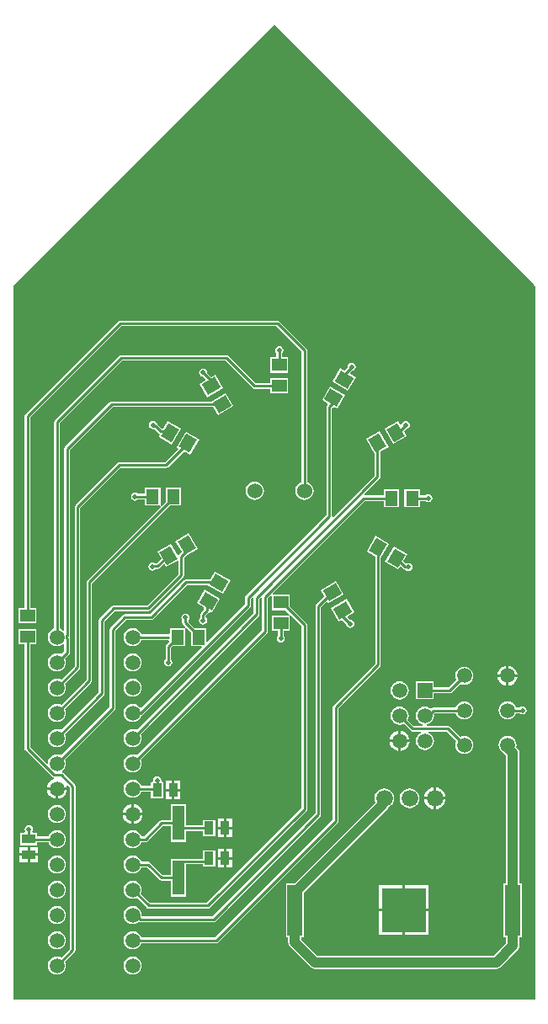
<source format=gbl>
G04*
G04 #@! TF.GenerationSoftware,Altium Limited,Altium Designer,20.1.12 (249)*
G04*
G04 Layer_Physical_Order=2*
G04 Layer_Color=16711680*
%FSLAX24Y24*%
%MOIN*%
G70*
G04*
G04 #@! TF.SameCoordinates,44B1C161-53CE-4806-B016-1A5A5E0544CB*
G04*
G04*
G04 #@! TF.FilePolarity,Positive*
G04*
G01*
G75*
%ADD10C,0.0100*%
%ADD31C,0.0591*%
%ADD32C,0.0600*%
%ADD33C,0.0660*%
%ADD34R,0.0591X0.0591*%
%ADD35C,0.0200*%
%ADD36R,0.0492X0.0591*%
%ADD37R,0.0591X0.0492*%
G04:AMPARAMS|DCode=38|XSize=59.1mil|YSize=49.2mil|CornerRadius=0mil|HoleSize=0mil|Usage=FLASHONLY|Rotation=150.000|XOffset=0mil|YOffset=0mil|HoleType=Round|Shape=Rectangle|*
%AMROTATEDRECTD38*
4,1,4,0.0379,0.0065,0.0133,-0.0361,-0.0379,-0.0065,-0.0133,0.0361,0.0379,0.0065,0.0*
%
%ADD38ROTATEDRECTD38*%

G04:AMPARAMS|DCode=39|XSize=59.1mil|YSize=49.2mil|CornerRadius=0mil|HoleSize=0mil|Usage=FLASHONLY|Rotation=120.000|XOffset=0mil|YOffset=0mil|HoleType=Round|Shape=Rectangle|*
%AMROTATEDRECTD39*
4,1,4,0.0361,-0.0133,-0.0065,-0.0379,-0.0361,0.0133,0.0065,0.0379,0.0361,-0.0133,0.0*
%
%ADD39ROTATEDRECTD39*%

G04:AMPARAMS|DCode=40|XSize=59.1mil|YSize=49.2mil|CornerRadius=0mil|HoleSize=0mil|Usage=FLASHONLY|Rotation=60.000|XOffset=0mil|YOffset=0mil|HoleType=Round|Shape=Rectangle|*
%AMROTATEDRECTD40*
4,1,4,0.0065,-0.0379,-0.0361,-0.0133,-0.0065,0.0379,0.0361,0.0133,0.0065,-0.0379,0.0*
%
%ADD40ROTATEDRECTD40*%

G04:AMPARAMS|DCode=41|XSize=59.1mil|YSize=49.2mil|CornerRadius=0mil|HoleSize=0mil|Usage=FLASHONLY|Rotation=30.000|XOffset=0mil|YOffset=0mil|HoleType=Round|Shape=Rectangle|*
%AMROTATEDRECTD41*
4,1,4,-0.0133,-0.0361,-0.0379,0.0065,0.0133,0.0361,0.0379,-0.0065,-0.0133,-0.0361,0.0*
%
%ADD41ROTATEDRECTD41*%

%ADD42R,0.0374X0.0531*%
%ADD43R,0.0531X0.0374*%
%ADD44R,0.1772X0.1772*%
%ADD45R,0.0591X0.2008*%
%ADD46R,0.0472X0.1378*%
%ADD47C,0.0400*%
G36*
X20670Y28250D02*
X20670Y0D01*
X-10D01*
Y28260D01*
X10325Y38595D01*
X20670Y28250D01*
D02*
G37*
%LPC*%
G36*
X10460Y26882D02*
X10460Y26882D01*
X4230D01*
X4230Y26882D01*
X4187Y26874D01*
X4151Y26849D01*
X4151Y26849D01*
X481Y23179D01*
X456Y23143D01*
X448Y23100D01*
X448Y23100D01*
Y15509D01*
X205D01*
Y14897D01*
X915D01*
Y15509D01*
X672D01*
Y23054D01*
X4276Y26658D01*
X10414D01*
X11416Y25655D01*
Y20483D01*
X11347Y20454D01*
X11272Y20397D01*
X11214Y20322D01*
X11178Y20234D01*
X11165Y20140D01*
X11178Y20046D01*
X11214Y19958D01*
X11272Y19883D01*
X11347Y19826D01*
X11435Y19789D01*
X11529Y19777D01*
X11622Y19789D01*
X11710Y19826D01*
X11785Y19883D01*
X11843Y19958D01*
X11879Y20046D01*
X11892Y20140D01*
X11879Y20234D01*
X11843Y20322D01*
X11785Y20397D01*
X11710Y20454D01*
X11641Y20483D01*
Y25701D01*
X11641Y25701D01*
X11632Y25744D01*
X11608Y25781D01*
X11608Y25781D01*
X10539Y26849D01*
X10503Y26874D01*
X10460Y26882D01*
D02*
G37*
G36*
X8453Y25512D02*
X8453Y25512D01*
X4265D01*
X4265Y25512D01*
X4222Y25504D01*
X4186Y25479D01*
X1651Y22944D01*
X1626Y22908D01*
X1618Y22865D01*
X1618Y22865D01*
Y14688D01*
X1551Y14660D01*
X1477Y14603D01*
X1420Y14529D01*
X1384Y14443D01*
X1372Y14350D01*
X1384Y14257D01*
X1420Y14171D01*
X1477Y14097D01*
X1551Y14040D01*
X1637Y14004D01*
X1730Y13992D01*
X1823Y14004D01*
X1909Y14040D01*
X1968Y14085D01*
X2018Y14064D01*
Y13796D01*
X1890Y13668D01*
X1823Y13696D01*
X1730Y13708D01*
X1637Y13696D01*
X1551Y13660D01*
X1477Y13603D01*
X1420Y13529D01*
X1384Y13443D01*
X1372Y13350D01*
X1384Y13257D01*
X1420Y13171D01*
X1477Y13097D01*
X1551Y13040D01*
X1637Y13004D01*
X1730Y12992D01*
X1823Y13004D01*
X1909Y13040D01*
X1983Y13097D01*
X2040Y13171D01*
X2076Y13257D01*
X2088Y13350D01*
X2076Y13443D01*
X2048Y13510D01*
X2209Y13671D01*
X2209Y13671D01*
X2234Y13707D01*
X2242Y13750D01*
Y14285D01*
X2242Y14288D01*
X2250Y14350D01*
X2242Y14412D01*
X2242Y14415D01*
Y21765D01*
X2776Y22299D01*
X2776Y22299D01*
X2776Y22299D01*
X3938Y23460D01*
X7911D01*
X8102Y23129D01*
X8717Y23485D01*
X8411Y24015D01*
X7839Y23684D01*
X3891D01*
X3891Y23684D01*
X3848Y23676D01*
X3812Y23651D01*
X3812Y23651D01*
X2618Y22457D01*
X2618Y22457D01*
X2051Y21890D01*
X2026Y21854D01*
X2018Y21811D01*
X2018Y21811D01*
Y14636D01*
X1968Y14615D01*
X1909Y14660D01*
X1842Y14688D01*
Y22818D01*
X4312Y25288D01*
X8406D01*
X9477Y24217D01*
X9477Y24217D01*
X9513Y24193D01*
X9556Y24184D01*
X10175D01*
Y23991D01*
X10885D01*
Y24603D01*
X10175D01*
Y24409D01*
X9603D01*
X8532Y25479D01*
X8496Y25504D01*
X8453Y25512D01*
D02*
G37*
G36*
X13400Y25213D02*
X13338Y25201D01*
X13285Y25165D01*
X13249Y25112D01*
X13237Y25050D01*
X13238Y25046D01*
X13094Y24903D01*
X12942Y24991D01*
X12636Y24461D01*
X13251Y24105D01*
X13557Y24635D01*
X13331Y24766D01*
X13324Y24816D01*
X13396Y24888D01*
X13400Y24887D01*
X13462Y24899D01*
X13515Y24935D01*
X13551Y24988D01*
X13563Y25050D01*
X13551Y25112D01*
X13515Y25165D01*
X13462Y25201D01*
X13400Y25213D01*
D02*
G37*
G36*
X10530Y25865D02*
X10468Y25852D01*
X10415Y25817D01*
X10379Y25764D01*
X10367Y25701D01*
X10379Y25639D01*
X10415Y25586D01*
X10418Y25584D01*
Y25429D01*
X10175D01*
Y24817D01*
X10885D01*
Y25429D01*
X10642D01*
Y25584D01*
X10645Y25586D01*
X10681Y25639D01*
X10693Y25701D01*
X10681Y25764D01*
X10645Y25817D01*
X10592Y25852D01*
X10530Y25865D01*
D02*
G37*
G36*
X7510Y24983D02*
X7448Y24971D01*
X7395Y24935D01*
X7359Y24882D01*
X7347Y24820D01*
X7359Y24758D01*
X7395Y24705D01*
X7448Y24669D01*
X7510Y24657D01*
X7514Y24658D01*
X7616Y24556D01*
X7609Y24506D01*
X7383Y24375D01*
X7689Y23845D01*
X8304Y24201D01*
X7998Y24731D01*
X7846Y24643D01*
X7672Y24816D01*
X7673Y24820D01*
X7661Y24882D01*
X7625Y24935D01*
X7572Y24971D01*
X7510Y24983D01*
D02*
G37*
G36*
X12529Y24275D02*
X12223Y23745D01*
X12447Y23615D01*
X12454Y23565D01*
X12431Y23542D01*
X12406Y23506D01*
X12398Y23463D01*
X12398Y23463D01*
Y19176D01*
X9211Y15989D01*
X9186Y15953D01*
X9178Y15910D01*
X9178Y15910D01*
Y15658D01*
X7684Y14164D01*
X7637Y14183D01*
Y14705D01*
X7184D01*
X6940Y14949D01*
X6933Y15005D01*
X6969Y15058D01*
X6981Y15120D01*
X6969Y15182D01*
X6933Y15235D01*
X6880Y15271D01*
X6818Y15283D01*
X6756Y15271D01*
X6703Y15235D01*
X6667Y15182D01*
X6655Y15120D01*
X6667Y15058D01*
X6686Y15030D01*
Y14933D01*
X6686Y14933D01*
X6694Y14890D01*
X6719Y14853D01*
X6821Y14751D01*
X6796Y14705D01*
X6767Y14705D01*
X6199D01*
Y14496D01*
X6149Y14460D01*
X6137Y14462D01*
X5068D01*
X5040Y14529D01*
X4983Y14603D01*
X4909Y14660D01*
X4823Y14696D01*
X4730Y14708D01*
X4637Y14696D01*
X4551Y14660D01*
X4477Y14603D01*
X4420Y14529D01*
X4384Y14443D01*
X4372Y14350D01*
X4384Y14257D01*
X4420Y14171D01*
X4477Y14097D01*
X4551Y14040D01*
X4637Y14004D01*
X4730Y13992D01*
X4823Y14004D01*
X4909Y14040D01*
X4983Y14097D01*
X5040Y14171D01*
X5068Y14238D01*
X6137D01*
X6161Y14193D01*
X6163Y14167D01*
X6057Y14061D01*
X6033Y14025D01*
X6024Y13982D01*
X6024Y13982D01*
Y13467D01*
X6021Y13465D01*
X5986Y13412D01*
X5973Y13350D01*
X5986Y13288D01*
X6021Y13235D01*
X6074Y13199D01*
X6137Y13187D01*
X6199Y13199D01*
X6252Y13235D01*
X6287Y13288D01*
X6300Y13350D01*
X6287Y13412D01*
X6252Y13465D01*
X6249Y13467D01*
Y13936D01*
X6308Y13995D01*
X6811D01*
Y14658D01*
X6811Y14691D01*
X6856Y14716D01*
X7025Y14547D01*
Y13995D01*
X7449D01*
X7468Y13949D01*
X5080Y11560D01*
X5013Y11564D01*
X4983Y11603D01*
X4909Y11660D01*
X4823Y11696D01*
X4730Y11708D01*
X4637Y11696D01*
X4551Y11660D01*
X4477Y11603D01*
X4420Y11529D01*
X4384Y11443D01*
X4372Y11350D01*
X4384Y11257D01*
X4420Y11171D01*
X4477Y11097D01*
X4551Y11040D01*
X4637Y11004D01*
X4730Y10992D01*
X4823Y11004D01*
X4909Y11040D01*
X4983Y11097D01*
X5040Y11171D01*
X5072Y11247D01*
X5108Y11271D01*
X9369Y15532D01*
X9369Y15532D01*
X9394Y15569D01*
X9402Y15612D01*
X9402Y15612D01*
Y15864D01*
X9475Y15937D01*
X9518Y15915D01*
X9522Y15912D01*
Y15300D01*
X4890Y10668D01*
X4823Y10696D01*
X4730Y10708D01*
X4637Y10696D01*
X4551Y10660D01*
X4477Y10603D01*
X4420Y10529D01*
X4384Y10443D01*
X4372Y10350D01*
X4384Y10257D01*
X4420Y10171D01*
X4477Y10097D01*
X4551Y10040D01*
X4637Y10004D01*
X4730Y9992D01*
X4823Y10004D01*
X4909Y10040D01*
X4983Y10097D01*
X5040Y10171D01*
X5076Y10257D01*
X5088Y10350D01*
X5076Y10443D01*
X5048Y10510D01*
X9713Y15174D01*
X9737Y15211D01*
X9746Y15254D01*
X9746Y15254D01*
Y15867D01*
X9798Y15919D01*
X9848Y15899D01*
Y14626D01*
X4890Y9668D01*
X4823Y9696D01*
X4730Y9708D01*
X4637Y9696D01*
X4551Y9660D01*
X4477Y9603D01*
X4420Y9529D01*
X4384Y9443D01*
X4372Y9350D01*
X4384Y9257D01*
X4420Y9171D01*
X4477Y9097D01*
X4551Y9040D01*
X4637Y9004D01*
X4730Y8992D01*
X4823Y9004D01*
X4909Y9040D01*
X4983Y9097D01*
X5040Y9171D01*
X5076Y9257D01*
X5088Y9350D01*
X5076Y9443D01*
X5048Y9510D01*
X10039Y14501D01*
X10064Y14537D01*
X10072Y14580D01*
X10072Y14580D01*
Y15891D01*
X10185Y16004D01*
X10235Y15983D01*
Y15417D01*
X10787D01*
X10956Y15248D01*
X10931Y15203D01*
X10901Y15203D01*
X10235D01*
Y14591D01*
X10478D01*
Y14402D01*
X10475Y14400D01*
X10439Y14347D01*
X10427Y14285D01*
X10439Y14222D01*
X10475Y14169D01*
X10528Y14134D01*
X10590Y14122D01*
X10652Y14134D01*
X10705Y14169D01*
X10741Y14222D01*
X10753Y14285D01*
X10741Y14347D01*
X10705Y14400D01*
X10702Y14402D01*
Y14591D01*
X10945D01*
Y15155D01*
X10945Y15188D01*
X10991Y15213D01*
X11416Y14788D01*
Y7585D01*
X7664Y3832D01*
X5406D01*
X5048Y4190D01*
X5076Y4257D01*
X5088Y4350D01*
X5076Y4443D01*
X5040Y4529D01*
X4983Y4603D01*
X4909Y4660D01*
X4823Y4696D01*
X4730Y4708D01*
X4637Y4696D01*
X4551Y4660D01*
X4477Y4603D01*
X4420Y4529D01*
X4384Y4443D01*
X4372Y4350D01*
X4384Y4257D01*
X4420Y4171D01*
X4477Y4097D01*
X4551Y4040D01*
X4637Y4004D01*
X4730Y3992D01*
X4823Y4004D01*
X4890Y4032D01*
X5281Y3641D01*
X5281Y3641D01*
X5317Y3616D01*
X5360Y3608D01*
X5360Y3608D01*
X7710D01*
X7710Y3608D01*
X7753Y3616D01*
X7789Y3641D01*
X11608Y7459D01*
X11608Y7459D01*
X11632Y7496D01*
X11641Y7538D01*
X11641Y7539D01*
Y14834D01*
X11632Y14877D01*
X11608Y14913D01*
X11608Y14913D01*
X10945Y15576D01*
Y16029D01*
X10281D01*
X10261Y16079D01*
X13919Y19738D01*
X14661D01*
Y19495D01*
X15273D01*
Y20205D01*
X14661D01*
Y19962D01*
X13911D01*
X13891Y20012D01*
X14501Y20623D01*
X14501Y20623D01*
X14526Y20659D01*
X14534Y20702D01*
X14534Y20702D01*
Y21688D01*
X14865Y21879D01*
X14509Y22494D01*
X13979Y22188D01*
X14310Y21615D01*
Y20748D01*
X12669Y19107D01*
X12625Y19128D01*
X12622Y19131D01*
Y23416D01*
X12684Y23478D01*
X12838Y23389D01*
X13144Y23919D01*
X12529Y24275D01*
D02*
G37*
G36*
X15225Y22907D02*
X14695Y22601D01*
X15051Y21986D01*
X15581Y22292D01*
X15460Y22501D01*
X15536Y22578D01*
X15540Y22577D01*
X15602Y22589D01*
X15655Y22625D01*
X15691Y22678D01*
X15703Y22740D01*
X15691Y22802D01*
X15655Y22855D01*
X15602Y22891D01*
X15540Y22903D01*
X15478Y22891D01*
X15425Y22855D01*
X15389Y22802D01*
X15378Y22744D01*
X15367Y22738D01*
X15350Y22734D01*
X15323Y22738D01*
X15225Y22907D01*
D02*
G37*
G36*
X5536Y22903D02*
X5473Y22891D01*
X5420Y22855D01*
X5385Y22802D01*
X5373Y22740D01*
X5385Y22678D01*
X5420Y22625D01*
X5473Y22589D01*
X5536Y22577D01*
X5577Y22585D01*
X5585Y22583D01*
X5748Y22420D01*
X5748Y22420D01*
X5784Y22396D01*
X5802Y22356D01*
X5759Y22282D01*
X6289Y21976D01*
X6645Y22591D01*
X6115Y22897D01*
X5950Y22612D01*
X5874D01*
X5716Y22769D01*
X5690Y22787D01*
X5686Y22802D01*
X5651Y22855D01*
X5598Y22891D01*
X5536Y22903D01*
D02*
G37*
G36*
X6831Y22484D02*
X6475Y21869D01*
X6522Y21842D01*
X6528Y21792D01*
X6005Y21269D01*
X4195D01*
X4152Y21260D01*
X4116Y21236D01*
X4116Y21236D01*
X2461Y19581D01*
X2436Y19544D01*
X2428Y19501D01*
X2428Y19501D01*
Y13206D01*
X1890Y12668D01*
X1823Y12696D01*
X1730Y12708D01*
X1637Y12696D01*
X1551Y12660D01*
X1477Y12603D01*
X1420Y12529D01*
X1384Y12443D01*
X1372Y12350D01*
X1384Y12257D01*
X1420Y12171D01*
X1477Y12097D01*
X1551Y12040D01*
X1637Y12004D01*
X1730Y11992D01*
X1823Y12004D01*
X1909Y12040D01*
X1983Y12097D01*
X2040Y12171D01*
X2076Y12257D01*
X2088Y12350D01*
X2076Y12443D01*
X2048Y12510D01*
X2619Y13081D01*
X2644Y13117D01*
X2652Y13160D01*
X2652Y13160D01*
Y19455D01*
X4242Y21045D01*
X6051D01*
X6051Y21045D01*
X6094Y21053D01*
X6131Y21077D01*
X6758Y21705D01*
X7005Y21563D01*
X7361Y22178D01*
X6831Y22484D01*
D02*
G37*
G36*
X9560Y20503D02*
X9466Y20491D01*
X9378Y20454D01*
X9303Y20397D01*
X9246Y20322D01*
X9209Y20234D01*
X9197Y20140D01*
X9209Y20046D01*
X9246Y19958D01*
X9303Y19883D01*
X9378Y19826D01*
X9466Y19789D01*
X9560Y19777D01*
X9654Y19789D01*
X9742Y19826D01*
X9817Y19883D01*
X9874Y19958D01*
X9911Y20046D01*
X9923Y20140D01*
X9911Y20234D01*
X9874Y20322D01*
X9817Y20397D01*
X9742Y20454D01*
X9654Y20491D01*
X9560Y20503D01*
D02*
G37*
G36*
X16099Y20205D02*
X15487D01*
Y19495D01*
X16099D01*
Y19738D01*
X16315D01*
X16317Y19735D01*
X16370Y19699D01*
X16433Y19687D01*
X16495Y19699D01*
X16548Y19735D01*
X16583Y19788D01*
X16596Y19850D01*
X16583Y19912D01*
X16548Y19965D01*
X16495Y20001D01*
X16433Y20013D01*
X16370Y20001D01*
X16317Y19965D01*
X16315Y19962D01*
X16099D01*
Y20205D01*
D02*
G37*
G36*
X6649Y20265D02*
X6037D01*
Y19713D01*
X5868Y19544D01*
X5823Y19569D01*
X5823Y19599D01*
Y20265D01*
X5211D01*
Y20022D01*
X4937D01*
X4935Y20025D01*
X4882Y20061D01*
X4820Y20073D01*
X4758Y20061D01*
X4705Y20025D01*
X4669Y19972D01*
X4657Y19910D01*
X4669Y19848D01*
X4705Y19795D01*
X4758Y19759D01*
X4820Y19747D01*
X4882Y19759D01*
X4935Y19795D01*
X4937Y19798D01*
X5211D01*
Y19555D01*
X5775D01*
X5808Y19555D01*
X5833Y19509D01*
X2931Y16607D01*
X2906Y16570D01*
X2898Y16527D01*
X2898Y16527D01*
Y12676D01*
X1890Y11668D01*
X1823Y11696D01*
X1730Y11708D01*
X1637Y11696D01*
X1551Y11660D01*
X1477Y11603D01*
X1420Y11529D01*
X1384Y11443D01*
X1372Y11350D01*
X1384Y11257D01*
X1420Y11171D01*
X1477Y11097D01*
X1551Y11040D01*
X1637Y11004D01*
X1730Y10992D01*
X1823Y11004D01*
X1909Y11040D01*
X1983Y11097D01*
X2040Y11171D01*
X2076Y11257D01*
X2088Y11350D01*
X2076Y11443D01*
X2048Y11510D01*
X3089Y12551D01*
X3089Y12551D01*
X3114Y12587D01*
X3122Y12630D01*
Y16481D01*
X6196Y19555D01*
X6649D01*
Y20265D01*
D02*
G37*
G36*
X6945Y18457D02*
X6415Y18151D01*
X6665Y17719D01*
X6571Y17625D01*
X6548Y17592D01*
X6531Y17588D01*
X6495Y17585D01*
X6229Y18044D01*
X5699Y17738D01*
X5860Y17460D01*
X5670Y17270D01*
X5608D01*
X5579Y17290D01*
X5517Y17302D01*
X5454Y17290D01*
X5401Y17254D01*
X5366Y17202D01*
X5353Y17139D01*
X5366Y17077D01*
X5401Y17024D01*
X5454Y16988D01*
X5517Y16976D01*
X5579Y16988D01*
X5632Y17024D01*
X5647Y17046D01*
X5717D01*
X5717Y17046D01*
X5760Y17055D01*
X5796Y17079D01*
X5947Y17230D01*
X5997Y17223D01*
X6055Y17123D01*
X6495Y17377D01*
X6538Y17352D01*
Y16846D01*
X5294Y15602D01*
X3980D01*
X3980Y15602D01*
X3937Y15594D01*
X3901Y15569D01*
X3901Y15569D01*
X3421Y15089D01*
X3396Y15053D01*
X3388Y15010D01*
X3388Y15010D01*
Y12166D01*
X1890Y10668D01*
X1823Y10696D01*
X1730Y10708D01*
X1637Y10696D01*
X1551Y10660D01*
X1477Y10603D01*
X1420Y10529D01*
X1384Y10443D01*
X1372Y10350D01*
X1384Y10257D01*
X1420Y10171D01*
X1477Y10097D01*
X1551Y10040D01*
X1637Y10004D01*
X1730Y9992D01*
X1823Y10004D01*
X1909Y10040D01*
X1983Y10097D01*
X2040Y10171D01*
X2076Y10257D01*
X2088Y10350D01*
X2076Y10443D01*
X2048Y10510D01*
X3579Y12041D01*
X3604Y12077D01*
X3612Y12120D01*
X3612Y12120D01*
Y14964D01*
X4026Y15378D01*
X5340D01*
X5340Y15378D01*
X5383Y15386D01*
X5419Y15411D01*
X6729Y16721D01*
X6729Y16721D01*
X6754Y16757D01*
X6762Y16800D01*
X6762Y16800D01*
Y17500D01*
X6837Y17574D01*
X7301Y17842D01*
X6945Y18457D01*
D02*
G37*
G36*
X15071Y17944D02*
X14715Y17329D01*
X15245Y17023D01*
X15303Y17123D01*
X15353Y17130D01*
X15423Y17060D01*
X15423Y17060D01*
X15459Y17036D01*
X15502Y17027D01*
X15502Y17027D01*
X15520D01*
X15535Y17005D01*
X15588Y16969D01*
X15650Y16957D01*
X15712Y16969D01*
X15765Y17005D01*
X15801Y17058D01*
X15813Y17120D01*
X15801Y17182D01*
X15765Y17235D01*
X15712Y17271D01*
X15650Y17283D01*
X15588Y17271D01*
X15558Y17251D01*
X15549D01*
X15440Y17360D01*
X15601Y17638D01*
X15071Y17944D01*
D02*
G37*
G36*
X7982Y16941D02*
X7805Y16635D01*
X6840D01*
X6797Y16626D01*
X6761Y16602D01*
X6761Y16602D01*
X5411Y15252D01*
X4420D01*
X4420Y15252D01*
X4377Y15244D01*
X4341Y15219D01*
X4341Y15219D01*
X3851Y14729D01*
X3826Y14693D01*
X3818Y14650D01*
X3818Y14650D01*
Y11596D01*
X1890Y9668D01*
X1823Y9696D01*
X1730Y9708D01*
X1637Y9696D01*
X1551Y9660D01*
X1477Y9603D01*
X1420Y9529D01*
X1384Y9443D01*
X1373Y9363D01*
X1327Y9339D01*
X672Y9993D01*
Y14071D01*
X915D01*
Y14683D01*
X205D01*
Y14071D01*
X448D01*
Y9947D01*
X448Y9947D01*
X456Y9904D01*
X481Y9868D01*
X1528Y8821D01*
X1528Y8821D01*
X1564Y8796D01*
X1607Y8788D01*
X1615Y8782D01*
X1616Y8780D01*
X1606Y8726D01*
X1531Y8695D01*
X1448Y8632D01*
X1385Y8549D01*
X1345Y8453D01*
X1338Y8400D01*
X1730D01*
X2122D01*
X2115Y8451D01*
X2119Y8455D01*
X2160Y8477D01*
X2238Y8399D01*
Y2016D01*
X1890Y1668D01*
X1823Y1696D01*
X1730Y1708D01*
X1637Y1696D01*
X1551Y1660D01*
X1477Y1603D01*
X1420Y1529D01*
X1384Y1443D01*
X1372Y1350D01*
X1384Y1257D01*
X1420Y1171D01*
X1477Y1097D01*
X1551Y1040D01*
X1637Y1004D01*
X1730Y992D01*
X1823Y1004D01*
X1909Y1040D01*
X1983Y1097D01*
X2040Y1171D01*
X2076Y1257D01*
X2088Y1350D01*
X2076Y1443D01*
X2048Y1510D01*
X2429Y1891D01*
X2429Y1891D01*
X2454Y1927D01*
X2462Y1970D01*
Y8446D01*
X2462Y8446D01*
X2454Y8489D01*
X2429Y8525D01*
X1975Y8979D01*
X1939Y9004D01*
X1931Y9056D01*
X1983Y9097D01*
X2040Y9171D01*
X2076Y9257D01*
X2088Y9350D01*
X2076Y9443D01*
X2048Y9510D01*
X4009Y11471D01*
X4009Y11471D01*
X4034Y11507D01*
X4042Y11550D01*
X4042Y11550D01*
Y14604D01*
X4466Y15028D01*
X5457D01*
X5457Y15028D01*
X5500Y15036D01*
X5537Y15061D01*
X6886Y16410D01*
X7676D01*
X8291Y16055D01*
X8597Y16585D01*
X7982Y16941D01*
D02*
G37*
G36*
X12778Y16571D02*
X12163Y16215D01*
X12305Y15968D01*
X11991Y15654D01*
X11966Y15618D01*
X11958Y15575D01*
X11958Y15575D01*
Y7366D01*
X7884Y3292D01*
X5119D01*
X5086Y3330D01*
X5088Y3350D01*
X5076Y3443D01*
X5040Y3529D01*
X4983Y3603D01*
X4909Y3660D01*
X4823Y3696D01*
X4730Y3708D01*
X4637Y3696D01*
X4551Y3660D01*
X4477Y3603D01*
X4420Y3529D01*
X4384Y3443D01*
X4372Y3350D01*
X4384Y3257D01*
X4420Y3171D01*
X4477Y3097D01*
X4551Y3040D01*
X4637Y3004D01*
X4730Y2992D01*
X4823Y3004D01*
X4909Y3040D01*
X4972Y3088D01*
X4990Y3076D01*
X5033Y3068D01*
X7930D01*
X7930Y3068D01*
X7973Y3076D01*
X8009Y3101D01*
X12149Y7241D01*
X12149Y7241D01*
X12174Y7277D01*
X12182Y7320D01*
X12182Y7320D01*
Y15528D01*
X12392Y15738D01*
X12442Y15732D01*
X12469Y15685D01*
X13084Y16041D01*
X12778Y16571D01*
D02*
G37*
G36*
X7569Y16225D02*
X7263Y15695D01*
X7550Y15529D01*
Y15433D01*
X7431Y15314D01*
X7406Y15278D01*
X7398Y15235D01*
X7398Y15235D01*
Y15127D01*
X7395Y15125D01*
X7359Y15072D01*
X7347Y15010D01*
X7359Y14948D01*
X7395Y14895D01*
X7448Y14859D01*
X7510Y14847D01*
X7572Y14859D01*
X7625Y14895D01*
X7661Y14948D01*
X7673Y15010D01*
X7661Y15072D01*
X7625Y15125D01*
X7622Y15127D01*
Y15188D01*
X7741Y15307D01*
X7741Y15307D01*
X7766Y15344D01*
X7766Y15346D01*
X7822Y15371D01*
X7878Y15339D01*
X8184Y15869D01*
X7569Y16225D01*
D02*
G37*
G36*
X13191Y15855D02*
X12576Y15499D01*
X12882Y14969D01*
X13015Y15046D01*
X13178Y14884D01*
X13177Y14880D01*
X13189Y14818D01*
X13225Y14765D01*
X13278Y14729D01*
X13340Y14717D01*
X13402Y14729D01*
X13455Y14765D01*
X13491Y14818D01*
X13503Y14880D01*
X13491Y14942D01*
X13455Y14995D01*
X13402Y15031D01*
X13340Y15043D01*
X13336Y15042D01*
X13245Y15133D01*
X13252Y15183D01*
X13497Y15325D01*
X13191Y15855D01*
D02*
G37*
G36*
X4730Y13708D02*
X4637Y13696D01*
X4551Y13660D01*
X4477Y13603D01*
X4420Y13529D01*
X4384Y13443D01*
X4372Y13350D01*
X4384Y13257D01*
X4420Y13171D01*
X4477Y13097D01*
X4551Y13040D01*
X4637Y13004D01*
X4730Y12992D01*
X4823Y13004D01*
X4909Y13040D01*
X4983Y13097D01*
X5040Y13171D01*
X5076Y13257D01*
X5088Y13350D01*
X5076Y13443D01*
X5040Y13529D01*
X4983Y13603D01*
X4909Y13660D01*
X4823Y13696D01*
X4730Y13708D01*
D02*
G37*
G36*
X19620Y13212D02*
Y12870D01*
X19962D01*
X19955Y12923D01*
X19915Y13019D01*
X19852Y13102D01*
X19769Y13165D01*
X19673Y13205D01*
X19620Y13212D01*
D02*
G37*
G36*
X19520D02*
X19467Y13205D01*
X19371Y13165D01*
X19288Y13102D01*
X19225Y13019D01*
X19185Y12923D01*
X19178Y12870D01*
X19520D01*
Y13212D01*
D02*
G37*
G36*
X19962Y12770D02*
X19620D01*
Y12428D01*
X19673Y12435D01*
X19769Y12475D01*
X19852Y12538D01*
X19915Y12621D01*
X19955Y12717D01*
X19962Y12770D01*
D02*
G37*
G36*
X19520D02*
X19178D01*
X19185Y12717D01*
X19225Y12621D01*
X19288Y12538D01*
X19371Y12475D01*
X19467Y12435D01*
X19520Y12428D01*
Y12770D01*
D02*
G37*
G36*
X17860Y13178D02*
X17767Y13166D01*
X17681Y13130D01*
X17607Y13073D01*
X17550Y12999D01*
X17514Y12913D01*
X17502Y12820D01*
X17514Y12727D01*
X17542Y12660D01*
X17234Y12352D01*
X16655D01*
Y12595D01*
X15945D01*
Y11885D01*
X16655D01*
Y12128D01*
X17280D01*
X17280Y12128D01*
X17323Y12136D01*
X17359Y12161D01*
X17700Y12502D01*
X17767Y12474D01*
X17860Y12462D01*
X17953Y12474D01*
X18039Y12510D01*
X18113Y12567D01*
X18170Y12641D01*
X18206Y12727D01*
X18218Y12820D01*
X18206Y12913D01*
X18170Y12999D01*
X18113Y13073D01*
X18039Y13130D01*
X17953Y13166D01*
X17860Y13178D01*
D02*
G37*
G36*
X4730Y12708D02*
X4637Y12696D01*
X4551Y12660D01*
X4477Y12603D01*
X4420Y12529D01*
X4384Y12443D01*
X4372Y12350D01*
X4384Y12257D01*
X4420Y12171D01*
X4477Y12097D01*
X4551Y12040D01*
X4637Y12004D01*
X4730Y11992D01*
X4823Y12004D01*
X4909Y12040D01*
X4983Y12097D01*
X5040Y12171D01*
X5076Y12257D01*
X5088Y12350D01*
X5076Y12443D01*
X5040Y12529D01*
X4983Y12603D01*
X4909Y12660D01*
X4823Y12696D01*
X4730Y12708D01*
D02*
G37*
G36*
X15300Y12598D02*
X15207Y12586D01*
X15121Y12550D01*
X15047Y12493D01*
X14990Y12419D01*
X14954Y12333D01*
X14942Y12240D01*
X14954Y12147D01*
X14990Y12061D01*
X15047Y11987D01*
X15121Y11930D01*
X15207Y11894D01*
X15300Y11882D01*
X15393Y11894D01*
X15479Y11930D01*
X15553Y11987D01*
X15610Y12061D01*
X15646Y12147D01*
X15658Y12240D01*
X15646Y12333D01*
X15610Y12419D01*
X15553Y12493D01*
X15479Y12550D01*
X15393Y12586D01*
X15300Y12598D01*
D02*
G37*
G36*
X17860Y11808D02*
X17767Y11796D01*
X17681Y11760D01*
X17607Y11703D01*
X17550Y11629D01*
X17522Y11562D01*
X16643D01*
X16643Y11562D01*
X16600Y11554D01*
X16563Y11529D01*
X16515Y11523D01*
X16479Y11550D01*
X16393Y11586D01*
X16300Y11598D01*
X16207Y11586D01*
X16121Y11550D01*
X16047Y11493D01*
X15990Y11419D01*
X15954Y11333D01*
X15942Y11240D01*
X15954Y11147D01*
X15990Y11061D01*
X16047Y10987D01*
X16121Y10930D01*
X16207Y10894D01*
X16220Y10892D01*
X16217Y10842D01*
X15856D01*
X15618Y11080D01*
X15646Y11147D01*
X15658Y11240D01*
X15646Y11333D01*
X15610Y11419D01*
X15553Y11493D01*
X15479Y11550D01*
X15393Y11586D01*
X15300Y11598D01*
X15207Y11586D01*
X15121Y11550D01*
X15047Y11493D01*
X14990Y11419D01*
X14954Y11333D01*
X14942Y11240D01*
X14954Y11147D01*
X14990Y11061D01*
X15047Y10987D01*
X15121Y10930D01*
X15207Y10894D01*
X15300Y10882D01*
X15393Y10894D01*
X15460Y10922D01*
X15731Y10651D01*
X15767Y10626D01*
X15810Y10618D01*
X15810Y10618D01*
X16153D01*
X16163Y10568D01*
X16121Y10550D01*
X16047Y10493D01*
X15990Y10419D01*
X15954Y10333D01*
X15942Y10240D01*
X15954Y10147D01*
X15990Y10061D01*
X16047Y9987D01*
X16121Y9930D01*
X16207Y9894D01*
X16300Y9882D01*
X16393Y9894D01*
X16479Y9930D01*
X16553Y9987D01*
X16610Y10061D01*
X16646Y10147D01*
X16658Y10240D01*
X16646Y10333D01*
X16610Y10419D01*
X16553Y10493D01*
X16479Y10550D01*
X16437Y10568D01*
X16447Y10618D01*
X17164D01*
X17542Y10240D01*
X17514Y10173D01*
X17502Y10080D01*
X17514Y9987D01*
X17550Y9901D01*
X17607Y9827D01*
X17681Y9770D01*
X17767Y9734D01*
X17860Y9722D01*
X17953Y9734D01*
X18039Y9770D01*
X18113Y9827D01*
X18170Y9901D01*
X18206Y9987D01*
X18218Y10080D01*
X18206Y10173D01*
X18170Y10259D01*
X18113Y10333D01*
X18039Y10390D01*
X17953Y10426D01*
X17860Y10438D01*
X17767Y10426D01*
X17700Y10398D01*
X17289Y10809D01*
X17253Y10834D01*
X17210Y10842D01*
X17210Y10842D01*
X16383D01*
X16380Y10892D01*
X16393Y10894D01*
X16479Y10930D01*
X16553Y10987D01*
X16610Y11061D01*
X16646Y11147D01*
X16658Y11240D01*
X16651Y11299D01*
X16689Y11338D01*
X17522D01*
X17550Y11271D01*
X17607Y11197D01*
X17681Y11140D01*
X17767Y11104D01*
X17860Y11092D01*
X17953Y11104D01*
X18039Y11140D01*
X18113Y11197D01*
X18170Y11271D01*
X18206Y11357D01*
X18218Y11450D01*
X18206Y11543D01*
X18170Y11629D01*
X18113Y11703D01*
X18039Y11760D01*
X17953Y11796D01*
X17860Y11808D01*
D02*
G37*
G36*
X19570D02*
X19477Y11796D01*
X19391Y11760D01*
X19317Y11703D01*
X19260Y11629D01*
X19224Y11543D01*
X19212Y11450D01*
X19224Y11357D01*
X19260Y11271D01*
X19317Y11197D01*
X19391Y11140D01*
X19477Y11104D01*
X19570Y11092D01*
X19663Y11104D01*
X19749Y11140D01*
X19823Y11197D01*
X19880Y11271D01*
X19908Y11338D01*
X20053D01*
X20055Y11335D01*
X20108Y11299D01*
X20170Y11287D01*
X20232Y11299D01*
X20285Y11335D01*
X20321Y11388D01*
X20333Y11450D01*
X20321Y11512D01*
X20285Y11565D01*
X20232Y11601D01*
X20170Y11613D01*
X20108Y11601D01*
X20055Y11565D01*
X20053Y11562D01*
X19908D01*
X19880Y11629D01*
X19823Y11703D01*
X19749Y11760D01*
X19663Y11796D01*
X19570Y11808D01*
D02*
G37*
G36*
X15350Y10632D02*
Y10290D01*
X15692D01*
X15685Y10343D01*
X15645Y10439D01*
X15582Y10522D01*
X15499Y10585D01*
X15403Y10625D01*
X15350Y10632D01*
D02*
G37*
G36*
X15250D02*
X15197Y10625D01*
X15101Y10585D01*
X15018Y10522D01*
X14955Y10439D01*
X14915Y10343D01*
X14908Y10290D01*
X15250D01*
Y10632D01*
D02*
G37*
G36*
X15692Y10190D02*
X15350D01*
Y9848D01*
X15403Y9855D01*
X15499Y9895D01*
X15582Y9958D01*
X15645Y10041D01*
X15685Y10137D01*
X15692Y10190D01*
D02*
G37*
G36*
X15250D02*
X14908D01*
X14915Y10137D01*
X14955Y10041D01*
X15018Y9958D01*
X15101Y9895D01*
X15197Y9855D01*
X15250Y9848D01*
Y10190D01*
D02*
G37*
G36*
X5700Y8836D02*
X5638Y8824D01*
X5585Y8788D01*
X5549Y8736D01*
X5537Y8673D01*
X5541Y8654D01*
X5509Y8616D01*
X5453D01*
Y8462D01*
X5068D01*
X5040Y8529D01*
X4983Y8603D01*
X4909Y8660D01*
X4823Y8696D01*
X4730Y8708D01*
X4637Y8696D01*
X4551Y8660D01*
X4477Y8603D01*
X4420Y8529D01*
X4384Y8443D01*
X4372Y8350D01*
X4384Y8257D01*
X4420Y8171D01*
X4477Y8097D01*
X4551Y8040D01*
X4637Y8004D01*
X4730Y7992D01*
X4823Y8004D01*
X4909Y8040D01*
X4983Y8097D01*
X5040Y8171D01*
X5068Y8238D01*
X5453D01*
Y7964D01*
X5947D01*
Y8616D01*
X5891D01*
X5859Y8654D01*
X5863Y8673D01*
X5851Y8736D01*
X5815Y8788D01*
X5763Y8824D01*
X5700Y8836D01*
D02*
G37*
G36*
X6617Y8656D02*
X6380D01*
Y8340D01*
X6617D01*
Y8656D01*
D02*
G37*
G36*
X6280D02*
X6043D01*
Y8340D01*
X6280D01*
Y8656D01*
D02*
G37*
G36*
X16740Y8397D02*
Y8020D01*
X17117D01*
X17109Y8082D01*
X17066Y8187D01*
X16997Y8277D01*
X16907Y8346D01*
X16802Y8389D01*
X16740Y8397D01*
D02*
G37*
G36*
X16640D02*
X16578Y8389D01*
X16473Y8346D01*
X16383Y8277D01*
X16314Y8187D01*
X16271Y8082D01*
X16263Y8020D01*
X16640D01*
Y8397D01*
D02*
G37*
G36*
X2122Y8300D02*
X1780D01*
Y7958D01*
X1833Y7965D01*
X1929Y8005D01*
X2012Y8068D01*
X2075Y8151D01*
X2115Y8247D01*
X2122Y8300D01*
D02*
G37*
G36*
X1680D02*
X1338D01*
X1345Y8247D01*
X1385Y8151D01*
X1448Y8068D01*
X1531Y8005D01*
X1627Y7965D01*
X1680Y7958D01*
Y8300D01*
D02*
G37*
G36*
X6617Y8240D02*
X6380D01*
Y7924D01*
X6617D01*
Y8240D01*
D02*
G37*
G36*
X6280D02*
X6043D01*
Y7924D01*
X6280D01*
Y8240D01*
D02*
G37*
G36*
X15690Y8363D02*
X15588Y8350D01*
X15493Y8311D01*
X15412Y8248D01*
X15349Y8167D01*
X15310Y8072D01*
X15297Y7970D01*
X15310Y7868D01*
X15349Y7773D01*
X15412Y7692D01*
X15493Y7629D01*
X15588Y7590D01*
X15690Y7577D01*
X15792Y7590D01*
X15887Y7629D01*
X15968Y7692D01*
X16031Y7773D01*
X16070Y7868D01*
X16083Y7970D01*
X16070Y8072D01*
X16031Y8167D01*
X15968Y8248D01*
X15887Y8311D01*
X15792Y8350D01*
X15690Y8363D01*
D02*
G37*
G36*
X17117Y7920D02*
X16740D01*
Y7543D01*
X16802Y7551D01*
X16907Y7594D01*
X16997Y7663D01*
X17066Y7753D01*
X17109Y7858D01*
X17117Y7920D01*
D02*
G37*
G36*
X16640D02*
X16263D01*
X16271Y7858D01*
X16314Y7753D01*
X16383Y7663D01*
X16473Y7594D01*
X16578Y7551D01*
X16640Y7543D01*
Y7920D01*
D02*
G37*
G36*
X4780Y7742D02*
Y7400D01*
X5122D01*
X5115Y7453D01*
X5075Y7549D01*
X5012Y7632D01*
X4929Y7695D01*
X4833Y7735D01*
X4780Y7742D01*
D02*
G37*
G36*
X4680D02*
X4627Y7735D01*
X4531Y7695D01*
X4448Y7632D01*
X4385Y7549D01*
X4345Y7453D01*
X4338Y7400D01*
X4680D01*
Y7742D01*
D02*
G37*
G36*
X6846Y7742D02*
X6254D01*
Y7105D01*
X5873D01*
X5873Y7105D01*
X5830Y7096D01*
X5793Y7072D01*
X5793Y7072D01*
X5184Y6462D01*
X5068D01*
X5040Y6529D01*
X4983Y6603D01*
X4909Y6660D01*
X4823Y6696D01*
X4730Y6708D01*
X4637Y6696D01*
X4551Y6660D01*
X4477Y6603D01*
X4420Y6529D01*
X4384Y6443D01*
X4372Y6350D01*
X4384Y6257D01*
X4420Y6171D01*
X4477Y6097D01*
X4551Y6040D01*
X4637Y6004D01*
X4730Y5992D01*
X4823Y6004D01*
X4909Y6040D01*
X4983Y6097D01*
X5040Y6171D01*
X5068Y6238D01*
X5230D01*
X5230Y6238D01*
X5273Y6246D01*
X5309Y6271D01*
X5919Y6881D01*
X6254D01*
Y6244D01*
X6846D01*
Y6678D01*
X7508D01*
Y6464D01*
X8002D01*
Y7116D01*
X7508D01*
Y6902D01*
X6846D01*
Y7742D01*
D02*
G37*
G36*
X1730Y7708D02*
X1637Y7696D01*
X1551Y7660D01*
X1477Y7603D01*
X1420Y7529D01*
X1384Y7443D01*
X1372Y7350D01*
X1384Y7257D01*
X1420Y7171D01*
X1477Y7097D01*
X1551Y7040D01*
X1637Y7004D01*
X1730Y6992D01*
X1823Y7004D01*
X1909Y7040D01*
X1983Y7097D01*
X2040Y7171D01*
X2076Y7257D01*
X2088Y7350D01*
X2076Y7443D01*
X2040Y7529D01*
X1983Y7603D01*
X1909Y7660D01*
X1823Y7696D01*
X1730Y7708D01*
D02*
G37*
G36*
X5122Y7300D02*
X4780D01*
Y6958D01*
X4833Y6965D01*
X4929Y7005D01*
X5012Y7068D01*
X5075Y7151D01*
X5115Y7247D01*
X5122Y7300D01*
D02*
G37*
G36*
X4680D02*
X4338D01*
X4345Y7247D01*
X4385Y7151D01*
X4448Y7068D01*
X4531Y7005D01*
X4627Y6965D01*
X4680Y6958D01*
Y7300D01*
D02*
G37*
G36*
X8672Y7156D02*
X8435D01*
Y6840D01*
X8672D01*
Y7156D01*
D02*
G37*
G36*
X8335D02*
X8098D01*
Y6840D01*
X8335D01*
Y7156D01*
D02*
G37*
G36*
X8672Y6740D02*
X8435D01*
Y6424D01*
X8672D01*
Y6740D01*
D02*
G37*
G36*
X8335D02*
X8098D01*
Y6424D01*
X8335D01*
Y6740D01*
D02*
G37*
G36*
X610Y6903D02*
X548Y6891D01*
X495Y6855D01*
X459Y6802D01*
X447Y6740D01*
X459Y6678D01*
X470Y6662D01*
X443Y6612D01*
X284D01*
Y6118D01*
X936D01*
Y6238D01*
X1392D01*
X1420Y6171D01*
X1477Y6097D01*
X1551Y6040D01*
X1637Y6004D01*
X1730Y5992D01*
X1823Y6004D01*
X1909Y6040D01*
X1983Y6097D01*
X2040Y6171D01*
X2076Y6257D01*
X2088Y6350D01*
X2076Y6443D01*
X2040Y6529D01*
X1983Y6603D01*
X1909Y6660D01*
X1823Y6696D01*
X1730Y6708D01*
X1637Y6696D01*
X1551Y6660D01*
X1477Y6603D01*
X1420Y6529D01*
X1392Y6462D01*
X936D01*
Y6612D01*
X777D01*
X750Y6662D01*
X761Y6678D01*
X773Y6740D01*
X761Y6802D01*
X725Y6855D01*
X672Y6891D01*
X610Y6903D01*
D02*
G37*
G36*
X976Y6022D02*
X660D01*
Y5785D01*
X976D01*
Y6022D01*
D02*
G37*
G36*
X560D02*
X244D01*
Y5785D01*
X560D01*
Y6022D01*
D02*
G37*
G36*
X8672Y5956D02*
X8435D01*
Y5640D01*
X8672D01*
Y5956D01*
D02*
G37*
G36*
X8335D02*
X8098D01*
Y5640D01*
X8335D01*
Y5956D01*
D02*
G37*
G36*
X976Y5685D02*
X660D01*
Y5448D01*
X976D01*
Y5685D01*
D02*
G37*
G36*
X560D02*
X244D01*
Y5448D01*
X560D01*
Y5685D01*
D02*
G37*
G36*
X8672Y5540D02*
X8435D01*
Y5224D01*
X8672D01*
Y5540D01*
D02*
G37*
G36*
X8335D02*
X8098D01*
Y5224D01*
X8335D01*
Y5540D01*
D02*
G37*
G36*
X1730Y5708D02*
X1637Y5696D01*
X1551Y5660D01*
X1477Y5603D01*
X1420Y5529D01*
X1384Y5443D01*
X1372Y5350D01*
X1384Y5257D01*
X1420Y5171D01*
X1477Y5097D01*
X1551Y5040D01*
X1637Y5004D01*
X1730Y4992D01*
X1823Y5004D01*
X1909Y5040D01*
X1983Y5097D01*
X2040Y5171D01*
X2076Y5257D01*
X2088Y5350D01*
X2076Y5443D01*
X2040Y5529D01*
X1983Y5603D01*
X1909Y5660D01*
X1823Y5696D01*
X1730Y5708D01*
D02*
G37*
G36*
X8002Y5916D02*
X7508D01*
Y5578D01*
X6736D01*
X6725Y5576D01*
X6254D01*
Y4939D01*
X5909D01*
X5419Y5429D01*
X5383Y5454D01*
X5340Y5462D01*
X5340Y5462D01*
X5068D01*
X5040Y5529D01*
X4983Y5603D01*
X4909Y5660D01*
X4823Y5696D01*
X4730Y5708D01*
X4637Y5696D01*
X4551Y5660D01*
X4477Y5603D01*
X4420Y5529D01*
X4384Y5443D01*
X4372Y5350D01*
X4384Y5257D01*
X4420Y5171D01*
X4477Y5097D01*
X4551Y5040D01*
X4637Y5004D01*
X4730Y4992D01*
X4823Y5004D01*
X4909Y5040D01*
X4983Y5097D01*
X5040Y5171D01*
X5068Y5238D01*
X5294D01*
X5783Y4748D01*
X5783Y4748D01*
X5820Y4724D01*
X5863Y4715D01*
X5863Y4715D01*
X6254D01*
Y4078D01*
X6846D01*
Y5354D01*
X7508D01*
Y5264D01*
X8002D01*
Y5916D01*
D02*
G37*
G36*
X1730Y4708D02*
X1637Y4696D01*
X1551Y4660D01*
X1477Y4603D01*
X1420Y4529D01*
X1384Y4443D01*
X1372Y4350D01*
X1384Y4257D01*
X1420Y4171D01*
X1477Y4097D01*
X1551Y4040D01*
X1637Y4004D01*
X1730Y3992D01*
X1823Y4004D01*
X1909Y4040D01*
X1983Y4097D01*
X2040Y4171D01*
X2076Y4257D01*
X2088Y4350D01*
X2076Y4443D01*
X2040Y4529D01*
X1983Y4603D01*
X1909Y4660D01*
X1823Y4696D01*
X1730Y4708D01*
D02*
G37*
G36*
X16446Y4526D02*
X15510D01*
Y3590D01*
X16446D01*
Y4526D01*
D02*
G37*
G36*
X15410D02*
X14474D01*
Y3590D01*
X15410D01*
Y4526D01*
D02*
G37*
G36*
X1730Y3708D02*
X1637Y3696D01*
X1551Y3660D01*
X1477Y3603D01*
X1420Y3529D01*
X1384Y3443D01*
X1372Y3350D01*
X1384Y3257D01*
X1420Y3171D01*
X1477Y3097D01*
X1551Y3040D01*
X1637Y3004D01*
X1730Y2992D01*
X1823Y3004D01*
X1909Y3040D01*
X1983Y3097D01*
X2040Y3171D01*
X2076Y3257D01*
X2088Y3350D01*
X2076Y3443D01*
X2040Y3529D01*
X1983Y3603D01*
X1909Y3660D01*
X1823Y3696D01*
X1730Y3708D01*
D02*
G37*
G36*
X16446Y3490D02*
X15510D01*
Y2554D01*
X16446D01*
Y3490D01*
D02*
G37*
G36*
X15410D02*
X14474D01*
Y2554D01*
X15410D01*
Y3490D01*
D02*
G37*
G36*
X14355Y18357D02*
X13999Y17742D01*
X14330Y17551D01*
Y13298D01*
X12681Y11649D01*
X12656Y11613D01*
X12648Y11570D01*
X12648Y11570D01*
Y7126D01*
X7984Y2462D01*
X5068D01*
X5040Y2529D01*
X4983Y2603D01*
X4909Y2660D01*
X4823Y2696D01*
X4730Y2708D01*
X4637Y2696D01*
X4551Y2660D01*
X4477Y2603D01*
X4420Y2529D01*
X4384Y2443D01*
X4372Y2350D01*
X4384Y2257D01*
X4420Y2171D01*
X4477Y2097D01*
X4551Y2040D01*
X4637Y2004D01*
X4730Y1992D01*
X4823Y2004D01*
X4909Y2040D01*
X4983Y2097D01*
X5040Y2171D01*
X5068Y2238D01*
X8030D01*
X8030Y2238D01*
X8073Y2246D01*
X8109Y2271D01*
X12839Y7001D01*
X12839Y7001D01*
X12864Y7037D01*
X12872Y7080D01*
X12872Y7080D01*
Y11524D01*
X14521Y13173D01*
X14521Y13173D01*
X14546Y13209D01*
X14554Y13252D01*
X14554Y13252D01*
Y17479D01*
X14885Y18051D01*
X14355Y18357D01*
D02*
G37*
G36*
X1730Y2708D02*
X1637Y2696D01*
X1551Y2660D01*
X1477Y2603D01*
X1420Y2529D01*
X1384Y2443D01*
X1372Y2350D01*
X1384Y2257D01*
X1420Y2171D01*
X1477Y2097D01*
X1551Y2040D01*
X1637Y2004D01*
X1730Y1992D01*
X1823Y2004D01*
X1909Y2040D01*
X1983Y2097D01*
X2040Y2171D01*
X2076Y2257D01*
X2088Y2350D01*
X2076Y2443D01*
X2040Y2529D01*
X1983Y2603D01*
X1909Y2660D01*
X1823Y2696D01*
X1730Y2708D01*
D02*
G37*
G36*
X19570Y10438D02*
X19477Y10426D01*
X19391Y10390D01*
X19317Y10333D01*
X19260Y10259D01*
X19224Y10173D01*
X19212Y10080D01*
X19224Y9987D01*
X19260Y9901D01*
X19317Y9827D01*
X19391Y9770D01*
X19413Y9761D01*
X19509Y9665D01*
Y4604D01*
X19416D01*
Y2476D01*
X19509D01*
Y2230D01*
X19021Y1742D01*
X12049D01*
X11411Y2380D01*
Y2476D01*
X11504D01*
Y4233D01*
X14787Y7516D01*
X14787Y7516D01*
X14829Y7571D01*
X14847Y7613D01*
X14887Y7629D01*
X14968Y7692D01*
X15031Y7773D01*
X15070Y7868D01*
X15083Y7970D01*
X15070Y8072D01*
X15031Y8167D01*
X14968Y8248D01*
X14887Y8311D01*
X14792Y8350D01*
X14690Y8363D01*
X14588Y8350D01*
X14493Y8311D01*
X14412Y8248D01*
X14349Y8167D01*
X14310Y8072D01*
X14297Y7970D01*
X14310Y7868D01*
X14336Y7806D01*
X11133Y4604D01*
X10794D01*
Y2476D01*
X10887D01*
Y2271D01*
X10887Y2271D01*
X10896Y2203D01*
X10922Y2140D01*
X10964Y2086D01*
X11755Y1295D01*
X11755Y1295D01*
X11809Y1253D01*
X11872Y1227D01*
X11940Y1218D01*
X11940Y1218D01*
X19130D01*
X19130Y1218D01*
X19198Y1227D01*
X19261Y1253D01*
X19315Y1295D01*
X19956Y1936D01*
X19956Y1936D01*
X19998Y1990D01*
X20024Y2053D01*
X20033Y2121D01*
X20033Y2121D01*
Y2476D01*
X20126D01*
Y4604D01*
X20033D01*
Y9773D01*
X20033Y9773D01*
X20024Y9841D01*
X19998Y9904D01*
X19956Y9959D01*
X19956Y9959D01*
X19918Y9998D01*
X19928Y10080D01*
X19916Y10173D01*
X19880Y10259D01*
X19823Y10333D01*
X19749Y10390D01*
X19663Y10426D01*
X19570Y10438D01*
D02*
G37*
G36*
X4730Y1708D02*
X4637Y1696D01*
X4551Y1660D01*
X4477Y1603D01*
X4420Y1529D01*
X4384Y1443D01*
X4372Y1350D01*
X4384Y1257D01*
X4420Y1171D01*
X4477Y1097D01*
X4551Y1040D01*
X4637Y1004D01*
X4730Y992D01*
X4823Y1004D01*
X4909Y1040D01*
X4983Y1097D01*
X5040Y1171D01*
X5076Y1257D01*
X5088Y1350D01*
X5076Y1443D01*
X5040Y1529D01*
X4983Y1603D01*
X4909Y1660D01*
X4823Y1696D01*
X4730Y1708D01*
D02*
G37*
%LPD*%
D10*
X2130Y14285D02*
G03*
X2130Y14415I-400J65D01*
G01*
X5028Y11350D02*
X9290Y15612D01*
Y15910D02*
X12510Y19130D01*
X9290Y15612D02*
Y15910D01*
X9634Y15254D02*
Y15914D01*
X14422Y20702D01*
X4730Y10350D02*
X9634Y15254D01*
X4730Y11350D02*
X5028D01*
X6137Y13350D02*
Y13982D01*
X6505Y14350D01*
X5700Y8290D02*
Y8673D01*
X12510Y19130D02*
Y23463D01*
X7510Y15010D02*
Y15235D01*
X7662Y15387D01*
X6798Y14933D02*
Y15100D01*
X6818Y15120D01*
X7331Y14350D02*
Y14399D01*
X6798Y14933D02*
X7331Y14399D01*
X4730Y9350D02*
X9960Y14580D01*
Y15937D01*
X5640Y8350D02*
X5700Y8290D01*
X4730Y8350D02*
X5640D01*
X6139Y22499D02*
X6202Y22437D01*
X5827Y22499D02*
X6139D01*
X5637Y22690D02*
X5827Y22499D01*
X5613Y22690D02*
X5637D01*
X5563Y22740D02*
X5613Y22690D01*
X5536Y22740D02*
X5563D01*
X4820Y19910D02*
X5517D01*
X6142Y17583D02*
X6142D01*
X5717Y17158D02*
X6142Y17583D01*
X5536Y17158D02*
X5717D01*
X5517Y17139D02*
X5536Y17158D01*
X7662Y15721D02*
X7723Y15782D01*
X7662Y15387D02*
Y15721D01*
X10590Y14285D02*
Y14897D01*
X13037Y15183D02*
Y15412D01*
Y15183D02*
X13340Y14880D01*
X13340D01*
X15158Y17483D02*
X15158D01*
X15502Y17139D01*
X15631D01*
X15650Y17120D01*
X15793Y19850D02*
X16433D01*
X15138Y22447D02*
X15247D01*
X15540Y22740D01*
X13097Y24548D02*
Y24747D01*
X13400Y25050D01*
X10530Y25123D02*
Y25701D01*
X7843Y24288D02*
Y24487D01*
X7510Y24820D02*
X7843Y24487D01*
X560Y23100D02*
X4230Y26770D01*
X10460D02*
X11529Y25701D01*
X4230Y26770D02*
X10460D01*
X11529Y20140D02*
Y25701D01*
X560Y15203D02*
Y23100D01*
X1896Y8900D02*
X2350Y8446D01*
Y1970D02*
Y8446D01*
X1607Y8900D02*
X1896D01*
X560Y9947D02*
X1607Y8900D01*
X560Y9947D02*
Y14377D01*
X1730Y1350D02*
X2350Y1970D01*
X610Y6365D02*
Y6740D01*
X625Y6350D02*
X1730D01*
X610Y6365D02*
X625Y6350D01*
X8453Y25400D02*
X9556Y24297D01*
X1730Y22865D02*
X4265Y25400D01*
X8453D01*
X14422Y20702D02*
Y22033D01*
X9960Y15937D02*
X13873Y19850D01*
X14967D01*
X12683Y23636D02*
Y23832D01*
X12510Y23463D02*
X12683Y23636D01*
X19570Y11450D02*
X20170D01*
X15300Y11240D02*
X15810Y10730D01*
X17210D01*
X15300Y11240D02*
X15300D01*
X17280Y12240D02*
X17860Y12820D01*
X16300Y12240D02*
X17280D01*
X16643Y11450D02*
X17860D01*
X16433Y11240D02*
X16643Y11450D01*
X16300Y11240D02*
X16433D01*
X17210Y10730D02*
X17860Y10080D01*
X7710Y3720D02*
X11529Y7538D01*
Y14834D01*
X7930Y3180D02*
X12070Y7320D01*
X4730Y3350D02*
X4863D01*
X5033Y3180D01*
X7930D01*
X12070Y7320D02*
Y15575D01*
X4730Y2350D02*
X8030D01*
X12760Y7080D01*
Y11570D01*
X14442Y13252D02*
Y17897D01*
X12760Y11570D02*
X14442Y13252D01*
X5360Y3720D02*
X7710D01*
X4730Y4350D02*
X5360Y3720D01*
X4730Y4350D02*
X4730D01*
X12623Y16128D02*
Y16128D01*
X12070Y15575D02*
X12623Y16128D01*
X10590Y15723D02*
X10639D01*
X11529Y14834D01*
X6550Y4827D02*
Y5280D01*
X6736Y5466D01*
X7631D01*
X7755Y5590D01*
X4730Y14350D02*
X6137D01*
X6736Y6790D02*
X7755D01*
X6550Y6976D02*
X6736Y6790D01*
X6550Y6976D02*
Y6993D01*
X5863Y4827D02*
X6550D01*
X5340Y5350D02*
X5863Y4827D01*
X4730Y5350D02*
X5340D01*
X5873Y6993D02*
X6550D01*
X5230Y6350D02*
X5873Y6993D01*
X4730Y6350D02*
X5230D01*
X5340Y15490D02*
X6650Y16800D01*
X3500Y15010D02*
X3980Y15490D01*
X5340D01*
X3500Y12120D02*
Y15010D01*
X1730Y10350D02*
X3500Y12120D01*
X1730Y11350D02*
X3010Y12630D01*
Y16527D01*
X6343Y19861D01*
X1730Y12350D02*
X2540Y13160D01*
Y19501D02*
X4195Y21157D01*
X2540Y13160D02*
Y19501D01*
X2130Y13750D02*
Y14285D01*
Y14415D02*
Y21811D01*
X1730Y13350D02*
X2130Y13750D01*
Y21811D02*
X2697Y22378D01*
X1730Y14350D02*
Y22865D01*
X8112Y16523D02*
X8137Y16498D01*
X6840Y16523D02*
X8112D01*
X5457Y15140D02*
X6840Y16523D01*
X4420Y15140D02*
X5457D01*
X6650Y17546D02*
X6858Y17754D01*
X6650Y16800D02*
Y17546D01*
X3930Y14650D02*
X4420Y15140D01*
X1730Y9350D02*
X3930Y11550D01*
Y14650D01*
X6858Y17754D02*
Y17997D01*
X6343Y19861D02*
Y19910D01*
X4195Y21157D02*
X6051D01*
X6918Y22023D02*
X6918D01*
X6051Y21157D02*
X6918Y22023D01*
X2697Y22378D02*
Y22378D01*
X3891Y23572D02*
X8257D01*
X2697Y22378D02*
X3891Y23572D01*
X9556Y24297D02*
X10530D01*
D31*
X19570Y10080D02*
D03*
X17860Y12820D02*
D03*
Y11450D02*
D03*
Y10080D02*
D03*
X19570Y11450D02*
D03*
Y12820D02*
D03*
X1730Y14350D02*
D03*
Y13350D02*
D03*
Y11350D02*
D03*
Y12350D02*
D03*
Y8350D02*
D03*
Y7350D02*
D03*
Y9350D02*
D03*
Y10350D02*
D03*
Y2350D02*
D03*
Y1350D02*
D03*
Y4350D02*
D03*
Y3350D02*
D03*
Y5350D02*
D03*
Y6350D02*
D03*
X4730D02*
D03*
Y5350D02*
D03*
Y3350D02*
D03*
Y4350D02*
D03*
Y1350D02*
D03*
Y2350D02*
D03*
Y10350D02*
D03*
Y9350D02*
D03*
Y7350D02*
D03*
Y8350D02*
D03*
Y12350D02*
D03*
Y11350D02*
D03*
Y13350D02*
D03*
Y14350D02*
D03*
X16300Y11240D02*
D03*
X15300D02*
D03*
X16300Y10240D02*
D03*
X15300Y12240D02*
D03*
Y10240D02*
D03*
D32*
X9560Y20140D02*
D03*
X11529D02*
D03*
D33*
X15690Y7970D02*
D03*
X14690D02*
D03*
X16690D02*
D03*
D34*
X16300Y12240D02*
D03*
D35*
X6137Y13350D02*
D03*
X5700Y8673D02*
D03*
X610Y6740D02*
D03*
X7510Y15010D02*
D03*
X6818Y15120D02*
D03*
X5536Y22740D02*
D03*
X4820Y19910D02*
D03*
X5517Y17139D02*
D03*
X10590Y14285D02*
D03*
X13340Y14880D02*
D03*
X15650Y17120D02*
D03*
X16433Y19850D02*
D03*
X15540Y22740D02*
D03*
X13400Y25050D02*
D03*
X10530Y25701D02*
D03*
X7510Y24820D02*
D03*
X20170Y11450D02*
D03*
D36*
X7331Y14350D02*
D03*
X6505D02*
D03*
X15793Y19850D02*
D03*
X14967D02*
D03*
X5517Y19910D02*
D03*
X6343D02*
D03*
D37*
X560Y14377D02*
D03*
Y15203D02*
D03*
X10590Y14897D02*
D03*
Y15723D02*
D03*
X10530Y25123D02*
D03*
Y24297D02*
D03*
D38*
X13097Y24548D02*
D03*
X12683Y23832D02*
D03*
X7723Y15782D02*
D03*
X8137Y16498D02*
D03*
D39*
X15138Y22447D02*
D03*
X14422Y22033D02*
D03*
X6142Y17583D02*
D03*
X6858Y17997D02*
D03*
D40*
X15158Y17483D02*
D03*
X14442Y17897D02*
D03*
X6202Y22437D02*
D03*
X6918Y22023D02*
D03*
D41*
X13037Y15412D02*
D03*
X12623Y16128D02*
D03*
X7843Y24288D02*
D03*
X8257Y23572D02*
D03*
D42*
X6330Y8290D02*
D03*
X5700D02*
D03*
X8385Y6790D02*
D03*
X7755D02*
D03*
X8385Y5590D02*
D03*
X7755D02*
D03*
D43*
X610Y5735D02*
D03*
Y6365D02*
D03*
D44*
X15460Y3540D02*
D03*
D45*
X11149D02*
D03*
X19771D02*
D03*
D46*
X6550Y4827D02*
D03*
Y6993D02*
D03*
D47*
X11149Y3540D02*
Y4249D01*
X14602Y7702D01*
Y7882D01*
X14690Y7970D01*
X11149Y2271D02*
Y3540D01*
X11940Y1480D02*
X19130D01*
X11149Y2271D02*
X11940Y1480D01*
X19771Y2121D02*
Y3540D01*
X19130Y1480D02*
X19771Y2121D01*
Y3540D02*
Y9773D01*
X19570Y9974D02*
X19771Y9773D01*
X19570Y9974D02*
Y10080D01*
M02*

</source>
